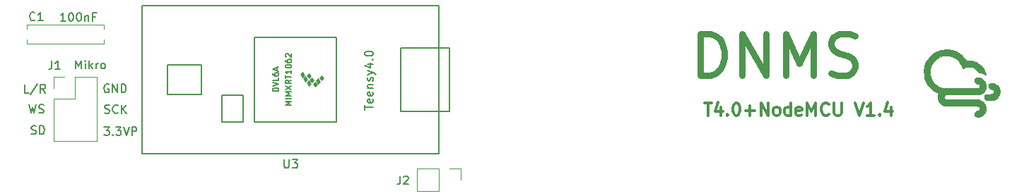
<source format=gbr>
G04 #@! TF.GenerationSoftware,KiCad,Pcbnew,(5.1.5)-3*
G04 #@! TF.CreationDate,2020-08-28T12:33:56+02:00*
G04 #@! TF.ProjectId,DNMS,444e4d53-2e6b-4696-9361-645f70636258,0.9.0*
G04 #@! TF.SameCoordinates,Original*
G04 #@! TF.FileFunction,Legend,Top*
G04 #@! TF.FilePolarity,Positive*
%FSLAX46Y46*%
G04 Gerber Fmt 4.6, Leading zero omitted, Abs format (unit mm)*
G04 Created by KiCad (PCBNEW (5.1.5)-3) date 2020-08-28 12:33:56*
%MOMM*%
%LPD*%
G04 APERTURE LIST*
%ADD10C,0.150000*%
%ADD11C,0.300000*%
%ADD12C,0.750000*%
%ADD13C,0.120000*%
%ADD14C,0.010000*%
%ADD15C,0.100000*%
G04 APERTURE END LIST*
D10*
X69018684Y-72502020D02*
X69018684Y-71502020D01*
X69352018Y-72216306D01*
X69685351Y-71502020D01*
X69685351Y-72502020D01*
X70161541Y-72502020D02*
X70161541Y-71835354D01*
X70161541Y-71502020D02*
X70113922Y-71549640D01*
X70161541Y-71597259D01*
X70209160Y-71549640D01*
X70161541Y-71502020D01*
X70161541Y-71597259D01*
X70637732Y-72502020D02*
X70637732Y-71502020D01*
X70732970Y-72121068D02*
X71018684Y-72502020D01*
X71018684Y-71835354D02*
X70637732Y-72216306D01*
X71447256Y-72502020D02*
X71447256Y-71835354D01*
X71447256Y-72025830D02*
X71494875Y-71930592D01*
X71542494Y-71882973D01*
X71637732Y-71835354D01*
X71732970Y-71835354D01*
X72209160Y-72502020D02*
X72113922Y-72454401D01*
X72066303Y-72406782D01*
X72018684Y-72311544D01*
X72018684Y-72025830D01*
X72066303Y-71930592D01*
X72113922Y-71882973D01*
X72209160Y-71835354D01*
X72352018Y-71835354D01*
X72447256Y-71882973D01*
X72494875Y-71930592D01*
X72542494Y-72025830D01*
X72542494Y-72311544D01*
X72494875Y-72406782D01*
X72447256Y-72454401D01*
X72352018Y-72502020D01*
X72209160Y-72502020D01*
D11*
X144309451Y-76595231D02*
X145166594Y-76595231D01*
X144738022Y-78095231D02*
X144738022Y-76595231D01*
X146309451Y-77095231D02*
X146309451Y-78095231D01*
X145952308Y-76523802D02*
X145595165Y-77595231D01*
X146523737Y-77595231D01*
X147095165Y-77952374D02*
X147166594Y-78023802D01*
X147095165Y-78095231D01*
X147023737Y-78023802D01*
X147095165Y-77952374D01*
X147095165Y-78095231D01*
X148095165Y-76595231D02*
X148238022Y-76595231D01*
X148380880Y-76666660D01*
X148452308Y-76738088D01*
X148523737Y-76880945D01*
X148595165Y-77166660D01*
X148595165Y-77523802D01*
X148523737Y-77809517D01*
X148452308Y-77952374D01*
X148380880Y-78023802D01*
X148238022Y-78095231D01*
X148095165Y-78095231D01*
X147952308Y-78023802D01*
X147880880Y-77952374D01*
X147809451Y-77809517D01*
X147738022Y-77523802D01*
X147738022Y-77166660D01*
X147809451Y-76880945D01*
X147880880Y-76738088D01*
X147952308Y-76666660D01*
X148095165Y-76595231D01*
X149238022Y-77523802D02*
X150380880Y-77523802D01*
X149809451Y-78095231D02*
X149809451Y-76952374D01*
X151095165Y-78095231D02*
X151095165Y-76595231D01*
X151952308Y-78095231D01*
X151952308Y-76595231D01*
X152880880Y-78095231D02*
X152738022Y-78023802D01*
X152666594Y-77952374D01*
X152595165Y-77809517D01*
X152595165Y-77380945D01*
X152666594Y-77238088D01*
X152738022Y-77166660D01*
X152880880Y-77095231D01*
X153095165Y-77095231D01*
X153238022Y-77166660D01*
X153309451Y-77238088D01*
X153380880Y-77380945D01*
X153380880Y-77809517D01*
X153309451Y-77952374D01*
X153238022Y-78023802D01*
X153095165Y-78095231D01*
X152880880Y-78095231D01*
X154666594Y-78095231D02*
X154666594Y-76595231D01*
X154666594Y-78023802D02*
X154523737Y-78095231D01*
X154238022Y-78095231D01*
X154095165Y-78023802D01*
X154023737Y-77952374D01*
X153952308Y-77809517D01*
X153952308Y-77380945D01*
X154023737Y-77238088D01*
X154095165Y-77166660D01*
X154238022Y-77095231D01*
X154523737Y-77095231D01*
X154666594Y-77166660D01*
X155952308Y-78023802D02*
X155809451Y-78095231D01*
X155523737Y-78095231D01*
X155380880Y-78023802D01*
X155309451Y-77880945D01*
X155309451Y-77309517D01*
X155380880Y-77166660D01*
X155523737Y-77095231D01*
X155809451Y-77095231D01*
X155952308Y-77166660D01*
X156023737Y-77309517D01*
X156023737Y-77452374D01*
X155309451Y-77595231D01*
X156666594Y-78095231D02*
X156666594Y-76595231D01*
X157166594Y-77666660D01*
X157666594Y-76595231D01*
X157666594Y-78095231D01*
X159238022Y-77952374D02*
X159166594Y-78023802D01*
X158952308Y-78095231D01*
X158809451Y-78095231D01*
X158595165Y-78023802D01*
X158452308Y-77880945D01*
X158380880Y-77738088D01*
X158309451Y-77452374D01*
X158309451Y-77238088D01*
X158380880Y-76952374D01*
X158452308Y-76809517D01*
X158595165Y-76666660D01*
X158809451Y-76595231D01*
X158952308Y-76595231D01*
X159166594Y-76666660D01*
X159238022Y-76738088D01*
X159880880Y-76595231D02*
X159880880Y-77809517D01*
X159952308Y-77952374D01*
X160023737Y-78023802D01*
X160166594Y-78095231D01*
X160452308Y-78095231D01*
X160595165Y-78023802D01*
X160666594Y-77952374D01*
X160738022Y-77809517D01*
X160738022Y-76595231D01*
X162380880Y-76595231D02*
X162880880Y-78095231D01*
X163380880Y-76595231D01*
X164666594Y-78095231D02*
X163809451Y-78095231D01*
X164238022Y-78095231D02*
X164238022Y-76595231D01*
X164095165Y-76809517D01*
X163952308Y-76952374D01*
X163809451Y-77023802D01*
X165309451Y-77952374D02*
X165380880Y-78023802D01*
X165309451Y-78095231D01*
X165238022Y-78023802D01*
X165309451Y-77952374D01*
X165309451Y-78095231D01*
X166666594Y-77095231D02*
X166666594Y-78095231D01*
X166309451Y-76523802D02*
X165952308Y-77595231D01*
X166880880Y-77595231D01*
D12*
X143827693Y-73295544D02*
X143827693Y-68295544D01*
X145018169Y-68295544D01*
X145732455Y-68533640D01*
X146208645Y-69009830D01*
X146446740Y-69486020D01*
X146684836Y-70438401D01*
X146684836Y-71152687D01*
X146446740Y-72105068D01*
X146208645Y-72581259D01*
X145732455Y-73057449D01*
X145018169Y-73295544D01*
X143827693Y-73295544D01*
X148827693Y-73295544D02*
X148827693Y-68295544D01*
X151684836Y-73295544D01*
X151684836Y-68295544D01*
X154065788Y-73295544D02*
X154065788Y-68295544D01*
X155732455Y-71866973D01*
X157399121Y-68295544D01*
X157399121Y-73295544D01*
X159541979Y-73057449D02*
X160256264Y-73295544D01*
X161446740Y-73295544D01*
X161922931Y-73057449D01*
X162161026Y-72819354D01*
X162399121Y-72343163D01*
X162399121Y-71866973D01*
X162161026Y-71390782D01*
X161922931Y-71152687D01*
X161446740Y-70914592D01*
X160494360Y-70676497D01*
X160018169Y-70438401D01*
X159780074Y-70200306D01*
X159541979Y-69724116D01*
X159541979Y-69247925D01*
X159780074Y-68771735D01*
X160018169Y-68533640D01*
X160494360Y-68295544D01*
X161684836Y-68295544D01*
X162399121Y-68533640D01*
D10*
X63694725Y-80308081D02*
X63837582Y-80355700D01*
X64075678Y-80355700D01*
X64170916Y-80308081D01*
X64218535Y-80260462D01*
X64266154Y-80165224D01*
X64266154Y-80069986D01*
X64218535Y-79974748D01*
X64170916Y-79927129D01*
X64075678Y-79879510D01*
X63885201Y-79831891D01*
X63789963Y-79784272D01*
X63742344Y-79736653D01*
X63694725Y-79641415D01*
X63694725Y-79546177D01*
X63742344Y-79450939D01*
X63789963Y-79403320D01*
X63885201Y-79355700D01*
X64123297Y-79355700D01*
X64266154Y-79403320D01*
X64694725Y-80355700D02*
X64694725Y-79355700D01*
X64932820Y-79355700D01*
X65075678Y-79403320D01*
X65170916Y-79498558D01*
X65218535Y-79593796D01*
X65266154Y-79784272D01*
X65266154Y-79927129D01*
X65218535Y-80117605D01*
X65170916Y-80212843D01*
X65075678Y-80308081D01*
X64932820Y-80355700D01*
X64694725Y-80355700D01*
X63423278Y-76818240D02*
X63661373Y-77818240D01*
X63851849Y-77103955D01*
X64042325Y-77818240D01*
X64280420Y-76818240D01*
X64613754Y-77770621D02*
X64756611Y-77818240D01*
X64994706Y-77818240D01*
X65089944Y-77770621D01*
X65137563Y-77723002D01*
X65185182Y-77627764D01*
X65185182Y-77532526D01*
X65137563Y-77437288D01*
X65089944Y-77389669D01*
X64994706Y-77342050D01*
X64804230Y-77294431D01*
X64708992Y-77246812D01*
X64661373Y-77199193D01*
X64613754Y-77103955D01*
X64613754Y-77008717D01*
X64661373Y-76913479D01*
X64708992Y-76865860D01*
X64804230Y-76818240D01*
X65042325Y-76818240D01*
X65185182Y-76865860D01*
X72400089Y-79505560D02*
X73019137Y-79505560D01*
X72685803Y-79886513D01*
X72828660Y-79886513D01*
X72923899Y-79934132D01*
X72971518Y-79981751D01*
X73019137Y-80076989D01*
X73019137Y-80315084D01*
X72971518Y-80410322D01*
X72923899Y-80457941D01*
X72828660Y-80505560D01*
X72542946Y-80505560D01*
X72447708Y-80457941D01*
X72400089Y-80410322D01*
X73447708Y-80410322D02*
X73495327Y-80457941D01*
X73447708Y-80505560D01*
X73400089Y-80457941D01*
X73447708Y-80410322D01*
X73447708Y-80505560D01*
X73828660Y-79505560D02*
X74447708Y-79505560D01*
X74114375Y-79886513D01*
X74257232Y-79886513D01*
X74352470Y-79934132D01*
X74400089Y-79981751D01*
X74447708Y-80076989D01*
X74447708Y-80315084D01*
X74400089Y-80410322D01*
X74352470Y-80457941D01*
X74257232Y-80505560D01*
X73971518Y-80505560D01*
X73876280Y-80457941D01*
X73828660Y-80410322D01*
X74733422Y-79505560D02*
X75066756Y-80505560D01*
X75400089Y-79505560D01*
X75733422Y-80505560D02*
X75733422Y-79505560D01*
X76114375Y-79505560D01*
X76209613Y-79553180D01*
X76257232Y-79600799D01*
X76304851Y-79696037D01*
X76304851Y-79838894D01*
X76257232Y-79934132D01*
X76209613Y-79981751D01*
X76114375Y-80029370D01*
X75733422Y-80029370D01*
X72480965Y-77801101D02*
X72623822Y-77848720D01*
X72861918Y-77848720D01*
X72957156Y-77801101D01*
X73004775Y-77753482D01*
X73052394Y-77658244D01*
X73052394Y-77563006D01*
X73004775Y-77467768D01*
X72957156Y-77420149D01*
X72861918Y-77372530D01*
X72671441Y-77324911D01*
X72576203Y-77277292D01*
X72528584Y-77229673D01*
X72480965Y-77134435D01*
X72480965Y-77039197D01*
X72528584Y-76943959D01*
X72576203Y-76896340D01*
X72671441Y-76848720D01*
X72909537Y-76848720D01*
X73052394Y-76896340D01*
X74052394Y-77753482D02*
X74004775Y-77801101D01*
X73861918Y-77848720D01*
X73766680Y-77848720D01*
X73623822Y-77801101D01*
X73528584Y-77705863D01*
X73480965Y-77610625D01*
X73433346Y-77420149D01*
X73433346Y-77277292D01*
X73480965Y-77086816D01*
X73528584Y-76991578D01*
X73623822Y-76896340D01*
X73766680Y-76848720D01*
X73861918Y-76848720D01*
X74004775Y-76896340D01*
X74052394Y-76943959D01*
X74480965Y-77848720D02*
X74480965Y-76848720D01*
X75052394Y-77848720D02*
X74623822Y-77277292D01*
X75052394Y-76848720D02*
X74480965Y-77420149D01*
X63410554Y-75382380D02*
X62934363Y-75382380D01*
X62934363Y-74382380D01*
X64458173Y-74334761D02*
X63601030Y-75620476D01*
X65362935Y-75382380D02*
X65029601Y-74906190D01*
X64791506Y-75382380D02*
X64791506Y-74382380D01*
X65172459Y-74382380D01*
X65267697Y-74430000D01*
X65315316Y-74477619D01*
X65362935Y-74572857D01*
X65362935Y-74715714D01*
X65315316Y-74810952D01*
X65267697Y-74858571D01*
X65172459Y-74906190D01*
X64791506Y-74906190D01*
X72953975Y-74409680D02*
X72858737Y-74362060D01*
X72715880Y-74362060D01*
X72573022Y-74409680D01*
X72477784Y-74504918D01*
X72430165Y-74600156D01*
X72382546Y-74790632D01*
X72382546Y-74933489D01*
X72430165Y-75123965D01*
X72477784Y-75219203D01*
X72573022Y-75314441D01*
X72715880Y-75362060D01*
X72811118Y-75362060D01*
X72953975Y-75314441D01*
X73001594Y-75266822D01*
X73001594Y-74933489D01*
X72811118Y-74933489D01*
X73430165Y-75362060D02*
X73430165Y-74362060D01*
X74001594Y-75362060D01*
X74001594Y-74362060D01*
X74477784Y-75362060D02*
X74477784Y-74362060D01*
X74715880Y-74362060D01*
X74858737Y-74409680D01*
X74953975Y-74504918D01*
X75001594Y-74600156D01*
X75049213Y-74790632D01*
X75049213Y-74933489D01*
X75001594Y-75123965D01*
X74953975Y-75219203D01*
X74858737Y-75314441D01*
X74715880Y-75362060D01*
X74477784Y-75362060D01*
D13*
X66335600Y-73460300D02*
X67665600Y-73460300D01*
X66335600Y-74790300D02*
X66335600Y-73460300D01*
X68935600Y-73460300D02*
X71535600Y-73460300D01*
X68935600Y-76060300D02*
X68935600Y-73460300D01*
X66335600Y-76060300D02*
X68935600Y-76060300D01*
X71535600Y-73460300D02*
X71535600Y-81200300D01*
X66335600Y-76060300D02*
X66335600Y-81200300D01*
X66335600Y-81200300D02*
X71535600Y-81200300D01*
X72401480Y-69471400D02*
X63161480Y-69471400D01*
X72401480Y-67231400D02*
X63161480Y-67231400D01*
X72401480Y-69471400D02*
X72401480Y-69016400D01*
X72401480Y-67686400D02*
X72401480Y-67231400D01*
X63161480Y-69471400D02*
X63161480Y-69016400D01*
X63161480Y-67686400D02*
X63161480Y-67231400D01*
D14*
G36*
X173607799Y-70211045D02*
G01*
X173856401Y-70233883D01*
X174070759Y-70269900D01*
X174239554Y-70317421D01*
X174306536Y-70346628D01*
X174376461Y-70379341D01*
X174420699Y-70393357D01*
X174421056Y-70393364D01*
X174458084Y-70408385D01*
X174536075Y-70448456D01*
X174641297Y-70506371D01*
X174698239Y-70538850D01*
X174920242Y-70686294D01*
X175143285Y-70868906D01*
X175348771Y-71069629D01*
X175518100Y-71271409D01*
X175556727Y-71326111D01*
X175693594Y-71529407D01*
X175997179Y-71527987D01*
X176188086Y-71533751D01*
X176375870Y-71551177D01*
X176543701Y-71577843D01*
X176674748Y-71611329D01*
X176727497Y-71633041D01*
X176783896Y-71660689D01*
X176873460Y-71702730D01*
X176931624Y-71729455D01*
X177010979Y-71772808D01*
X177113832Y-71838870D01*
X177227965Y-71918495D01*
X177341158Y-72002535D01*
X177441193Y-72081841D01*
X177515851Y-72147267D01*
X177552913Y-72189663D01*
X177554890Y-72196079D01*
X177574530Y-72233199D01*
X177622595Y-72292724D01*
X177630390Y-72301257D01*
X177695108Y-72386127D01*
X177770893Y-72507689D01*
X177847737Y-72647060D01*
X177915634Y-72785359D01*
X177964575Y-72903703D01*
X177982338Y-72965310D01*
X178007017Y-73063693D01*
X178037700Y-73146541D01*
X178038328Y-73147824D01*
X178060423Y-73212425D01*
X178040833Y-73236654D01*
X177976574Y-73221046D01*
X177882542Y-73175762D01*
X177710720Y-73088474D01*
X177572353Y-73029293D01*
X177448184Y-72990920D01*
X177336196Y-72968700D01*
X177215015Y-72939252D01*
X177139679Y-72892959D01*
X177117610Y-72866574D01*
X176983852Y-72696733D01*
X176834611Y-72557576D01*
X176654246Y-72436870D01*
X176427113Y-72322377D01*
X176414863Y-72316871D01*
X176351030Y-72302223D01*
X176241688Y-72290713D01*
X176104807Y-72283887D01*
X176017988Y-72282685D01*
X175844615Y-72286183D01*
X175711381Y-72300440D01*
X175595128Y-72331096D01*
X175472700Y-72383793D01*
X175359241Y-72443162D01*
X175287958Y-72479102D01*
X175252906Y-72476492D01*
X175235534Y-72425860D01*
X175227045Y-72375657D01*
X175192070Y-72252781D01*
X175126513Y-72099234D01*
X175040059Y-71933447D01*
X174942395Y-71773846D01*
X174843209Y-71638860D01*
X174834022Y-71627943D01*
X174663023Y-71451046D01*
X174471447Y-71291812D01*
X174279355Y-71166106D01*
X174196868Y-71124145D01*
X174099510Y-71079109D01*
X174020009Y-71041028D01*
X173993613Y-71027678D01*
X173893176Y-70992872D01*
X173744930Y-70965325D01*
X173564317Y-70946654D01*
X173366775Y-70938476D01*
X173175744Y-70941988D01*
X172868418Y-70976703D01*
X172597299Y-71050707D01*
X172344808Y-71169533D01*
X172233265Y-71238648D01*
X172111812Y-71331198D01*
X171979511Y-71451082D01*
X171851384Y-71582729D01*
X171742451Y-71710566D01*
X171667733Y-71819023D01*
X171660561Y-71832352D01*
X171620909Y-71903955D01*
X171591624Y-71946902D01*
X171589099Y-71949310D01*
X171562842Y-71991451D01*
X171524930Y-72076722D01*
X171482035Y-72187455D01*
X171440827Y-72305981D01*
X171407977Y-72414631D01*
X171397311Y-72457310D01*
X171377736Y-72588046D01*
X171368041Y-72750139D01*
X171367438Y-72929047D01*
X171375142Y-73110224D01*
X171390367Y-73279126D01*
X171412326Y-73421211D01*
X171440235Y-73521934D01*
X171456502Y-73552685D01*
X171482764Y-73601862D01*
X171516733Y-73681391D01*
X171522204Y-73695560D01*
X171633416Y-73916874D01*
X171793604Y-74137651D01*
X171989713Y-74343763D01*
X172208689Y-74521084D01*
X172385064Y-74629320D01*
X172473195Y-74675402D01*
X172553379Y-74715200D01*
X172630824Y-74749174D01*
X172710738Y-74777786D01*
X172798328Y-74801496D01*
X172898800Y-74820764D01*
X173017364Y-74836052D01*
X173159226Y-74847819D01*
X173329593Y-74856526D01*
X173533674Y-74862635D01*
X173776675Y-74866605D01*
X174063804Y-74868897D01*
X174400269Y-74869972D01*
X174791276Y-74870290D01*
X175109524Y-74870310D01*
X177132867Y-74870310D01*
X177216878Y-74792451D01*
X177275132Y-74720991D01*
X177298554Y-74633872D01*
X177300890Y-74575735D01*
X177278348Y-74444520D01*
X177208439Y-74352320D01*
X177087732Y-74295597D01*
X177014783Y-74280531D01*
X176856839Y-74227000D01*
X176769077Y-74161590D01*
X176705361Y-74092525D01*
X176675181Y-74025206D01*
X176666962Y-73930394D01*
X176666946Y-73903644D01*
X176683799Y-73762984D01*
X176739256Y-73660860D01*
X176843930Y-73580964D01*
X176893499Y-73555546D01*
X176954864Y-73529282D01*
X177009222Y-73518409D01*
X177075784Y-73523346D01*
X177173760Y-73544512D01*
X177248205Y-73563275D01*
X177507399Y-73656862D01*
X177718693Y-73791681D01*
X177880802Y-73966094D01*
X177992439Y-74178463D01*
X178052319Y-74427148D01*
X178062890Y-74601193D01*
X178059607Y-74724884D01*
X178050866Y-74822587D01*
X178038328Y-74878239D01*
X178033582Y-74884675D01*
X178005910Y-74926332D01*
X177984757Y-74991654D01*
X177944732Y-75080570D01*
X177866382Y-75189725D01*
X177763802Y-75303520D01*
X177651085Y-75406353D01*
X177542327Y-75482625D01*
X177539992Y-75483938D01*
X177485287Y-75513267D01*
X177430517Y-75538458D01*
X177370621Y-75559828D01*
X177300536Y-75577688D01*
X177215199Y-75592353D01*
X177109549Y-75604136D01*
X176978521Y-75613351D01*
X176817054Y-75620311D01*
X176620084Y-75625331D01*
X176382551Y-75628723D01*
X176099390Y-75630802D01*
X175765539Y-75631880D01*
X175375937Y-75632273D01*
X175144963Y-75632310D01*
X173214412Y-75632310D01*
X173130401Y-75710168D01*
X173063687Y-75811783D01*
X173044822Y-75935211D01*
X173074786Y-76059421D01*
X173111331Y-76119055D01*
X173176272Y-76201615D01*
X175230643Y-76210650D01*
X177285015Y-76219685D01*
X177482716Y-76326147D01*
X177700156Y-76474822D01*
X177869176Y-76655652D01*
X177988500Y-76860543D01*
X178056852Y-77081400D01*
X178072956Y-77310128D01*
X178035535Y-77538631D01*
X177943313Y-77758816D01*
X177795013Y-77962587D01*
X177748315Y-78010710D01*
X177589719Y-78138943D01*
X177418851Y-78220160D01*
X177219482Y-78260442D01*
X177063049Y-78267560D01*
X176940951Y-78265246D01*
X176862555Y-78254548D01*
X176808121Y-78229829D01*
X176757910Y-78185451D01*
X176751205Y-78178510D01*
X176695959Y-78106581D01*
X176670904Y-78025240D01*
X176665890Y-77930450D01*
X176684876Y-77795844D01*
X176746241Y-77693263D01*
X176856589Y-77615911D01*
X177022526Y-77556991D01*
X177031015Y-77554766D01*
X177138846Y-77520089D01*
X177223949Y-77480578D01*
X177261202Y-77451784D01*
X177289553Y-77376066D01*
X177299810Y-77269344D01*
X177291250Y-77161694D01*
X177269810Y-77094062D01*
X177253566Y-77068429D01*
X177231208Y-77046452D01*
X177198057Y-77027850D01*
X177149434Y-77012342D01*
X177080660Y-76999650D01*
X176987056Y-76989492D01*
X176863943Y-76981588D01*
X176706641Y-76975658D01*
X176510473Y-76971423D01*
X176270758Y-76968601D01*
X175982819Y-76966913D01*
X175641975Y-76966079D01*
X175243548Y-76965818D01*
X175127947Y-76965810D01*
X174704558Y-76965709D01*
X174339680Y-76965114D01*
X174028322Y-76963581D01*
X173765496Y-76960668D01*
X173546212Y-76955931D01*
X173365480Y-76948928D01*
X173218310Y-76939217D01*
X173099715Y-76926354D01*
X173004703Y-76909897D01*
X172928285Y-76889403D01*
X172865472Y-76864430D01*
X172811274Y-76834535D01*
X172760702Y-76799275D01*
X172708766Y-76758208D01*
X172699061Y-76750306D01*
X172559399Y-76628864D01*
X172464335Y-76525847D01*
X172403196Y-76428414D01*
X172376778Y-76362560D01*
X172345216Y-76280667D01*
X172315716Y-76225423D01*
X172312304Y-76221272D01*
X172294115Y-76168113D01*
X172285094Y-76070463D01*
X172284623Y-75946573D01*
X172292083Y-75814692D01*
X172306855Y-75693073D01*
X172328320Y-75599965D01*
X172333874Y-75585130D01*
X172362639Y-75509575D01*
X172374491Y-75464430D01*
X172373562Y-75459744D01*
X172341628Y-75443846D01*
X172269743Y-75410255D01*
X172205015Y-75380612D01*
X171950381Y-75244097D01*
X171695891Y-75070049D01*
X171456971Y-74871308D01*
X171249045Y-74660713D01*
X171087537Y-74451105D01*
X171086575Y-74449623D01*
X171033246Y-74369103D01*
X170993913Y-74312896D01*
X170982615Y-74298810D01*
X170961567Y-74263909D01*
X170922565Y-74188071D01*
X170876305Y-74092435D01*
X170824927Y-73984539D01*
X170780520Y-73893158D01*
X170755477Y-73843462D01*
X170716150Y-73733700D01*
X170683799Y-73573825D01*
X170659027Y-73376903D01*
X170642441Y-73156001D01*
X170634644Y-72924184D01*
X170636242Y-72694520D01*
X170647840Y-72480073D01*
X170670042Y-72293912D01*
X170681017Y-72235050D01*
X170784916Y-71890133D01*
X170945865Y-71557077D01*
X171157559Y-71243424D01*
X171413693Y-70956720D01*
X171707965Y-70704507D01*
X172034068Y-70494330D01*
X172209149Y-70406420D01*
X172427542Y-70319843D01*
X172652494Y-70259295D01*
X172899830Y-70221921D01*
X173185371Y-70204867D01*
X173336271Y-70203059D01*
X173607799Y-70211045D01*
G37*
X173607799Y-70211045D02*
X173856401Y-70233883D01*
X174070759Y-70269900D01*
X174239554Y-70317421D01*
X174306536Y-70346628D01*
X174376461Y-70379341D01*
X174420699Y-70393357D01*
X174421056Y-70393364D01*
X174458084Y-70408385D01*
X174536075Y-70448456D01*
X174641297Y-70506371D01*
X174698239Y-70538850D01*
X174920242Y-70686294D01*
X175143285Y-70868906D01*
X175348771Y-71069629D01*
X175518100Y-71271409D01*
X175556727Y-71326111D01*
X175693594Y-71529407D01*
X175997179Y-71527987D01*
X176188086Y-71533751D01*
X176375870Y-71551177D01*
X176543701Y-71577843D01*
X176674748Y-71611329D01*
X176727497Y-71633041D01*
X176783896Y-71660689D01*
X176873460Y-71702730D01*
X176931624Y-71729455D01*
X177010979Y-71772808D01*
X177113832Y-71838870D01*
X177227965Y-71918495D01*
X177341158Y-72002535D01*
X177441193Y-72081841D01*
X177515851Y-72147267D01*
X177552913Y-72189663D01*
X177554890Y-72196079D01*
X177574530Y-72233199D01*
X177622595Y-72292724D01*
X177630390Y-72301257D01*
X177695108Y-72386127D01*
X177770893Y-72507689D01*
X177847737Y-72647060D01*
X177915634Y-72785359D01*
X177964575Y-72903703D01*
X177982338Y-72965310D01*
X178007017Y-73063693D01*
X178037700Y-73146541D01*
X178038328Y-73147824D01*
X178060423Y-73212425D01*
X178040833Y-73236654D01*
X177976574Y-73221046D01*
X177882542Y-73175762D01*
X177710720Y-73088474D01*
X177572353Y-73029293D01*
X177448184Y-72990920D01*
X177336196Y-72968700D01*
X177215015Y-72939252D01*
X177139679Y-72892959D01*
X177117610Y-72866574D01*
X176983852Y-72696733D01*
X176834611Y-72557576D01*
X176654246Y-72436870D01*
X176427113Y-72322377D01*
X176414863Y-72316871D01*
X176351030Y-72302223D01*
X176241688Y-72290713D01*
X176104807Y-72283887D01*
X176017988Y-72282685D01*
X175844615Y-72286183D01*
X175711381Y-72300440D01*
X175595128Y-72331096D01*
X175472700Y-72383793D01*
X175359241Y-72443162D01*
X175287958Y-72479102D01*
X175252906Y-72476492D01*
X175235534Y-72425860D01*
X175227045Y-72375657D01*
X175192070Y-72252781D01*
X175126513Y-72099234D01*
X175040059Y-71933447D01*
X174942395Y-71773846D01*
X174843209Y-71638860D01*
X174834022Y-71627943D01*
X174663023Y-71451046D01*
X174471447Y-71291812D01*
X174279355Y-71166106D01*
X174196868Y-71124145D01*
X174099510Y-71079109D01*
X174020009Y-71041028D01*
X173993613Y-71027678D01*
X173893176Y-70992872D01*
X173744930Y-70965325D01*
X173564317Y-70946654D01*
X173366775Y-70938476D01*
X173175744Y-70941988D01*
X172868418Y-70976703D01*
X172597299Y-71050707D01*
X172344808Y-71169533D01*
X172233265Y-71238648D01*
X172111812Y-71331198D01*
X171979511Y-71451082D01*
X171851384Y-71582729D01*
X171742451Y-71710566D01*
X171667733Y-71819023D01*
X171660561Y-71832352D01*
X171620909Y-71903955D01*
X171591624Y-71946902D01*
X171589099Y-71949310D01*
X171562842Y-71991451D01*
X171524930Y-72076722D01*
X171482035Y-72187455D01*
X171440827Y-72305981D01*
X171407977Y-72414631D01*
X171397311Y-72457310D01*
X171377736Y-72588046D01*
X171368041Y-72750139D01*
X171367438Y-72929047D01*
X171375142Y-73110224D01*
X171390367Y-73279126D01*
X171412326Y-73421211D01*
X171440235Y-73521934D01*
X171456502Y-73552685D01*
X171482764Y-73601862D01*
X171516733Y-73681391D01*
X171522204Y-73695560D01*
X171633416Y-73916874D01*
X171793604Y-74137651D01*
X171989713Y-74343763D01*
X172208689Y-74521084D01*
X172385064Y-74629320D01*
X172473195Y-74675402D01*
X172553379Y-74715200D01*
X172630824Y-74749174D01*
X172710738Y-74777786D01*
X172798328Y-74801496D01*
X172898800Y-74820764D01*
X173017364Y-74836052D01*
X173159226Y-74847819D01*
X173329593Y-74856526D01*
X173533674Y-74862635D01*
X173776675Y-74866605D01*
X174063804Y-74868897D01*
X174400269Y-74869972D01*
X174791276Y-74870290D01*
X175109524Y-74870310D01*
X177132867Y-74870310D01*
X177216878Y-74792451D01*
X177275132Y-74720991D01*
X177298554Y-74633872D01*
X177300890Y-74575735D01*
X177278348Y-74444520D01*
X177208439Y-74352320D01*
X177087732Y-74295597D01*
X177014783Y-74280531D01*
X176856839Y-74227000D01*
X176769077Y-74161590D01*
X176705361Y-74092525D01*
X176675181Y-74025206D01*
X176666962Y-73930394D01*
X176666946Y-73903644D01*
X176683799Y-73762984D01*
X176739256Y-73660860D01*
X176843930Y-73580964D01*
X176893499Y-73555546D01*
X176954864Y-73529282D01*
X177009222Y-73518409D01*
X177075784Y-73523346D01*
X177173760Y-73544512D01*
X177248205Y-73563275D01*
X177507399Y-73656862D01*
X177718693Y-73791681D01*
X177880802Y-73966094D01*
X177992439Y-74178463D01*
X178052319Y-74427148D01*
X178062890Y-74601193D01*
X178059607Y-74724884D01*
X178050866Y-74822587D01*
X178038328Y-74878239D01*
X178033582Y-74884675D01*
X178005910Y-74926332D01*
X177984757Y-74991654D01*
X177944732Y-75080570D01*
X177866382Y-75189725D01*
X177763802Y-75303520D01*
X177651085Y-75406353D01*
X177542327Y-75482625D01*
X177539992Y-75483938D01*
X177485287Y-75513267D01*
X177430517Y-75538458D01*
X177370621Y-75559828D01*
X177300536Y-75577688D01*
X177215199Y-75592353D01*
X177109549Y-75604136D01*
X176978521Y-75613351D01*
X176817054Y-75620311D01*
X176620084Y-75625331D01*
X176382551Y-75628723D01*
X176099390Y-75630802D01*
X175765539Y-75631880D01*
X175375937Y-75632273D01*
X175144963Y-75632310D01*
X173214412Y-75632310D01*
X173130401Y-75710168D01*
X173063687Y-75811783D01*
X173044822Y-75935211D01*
X173074786Y-76059421D01*
X173111331Y-76119055D01*
X173176272Y-76201615D01*
X175230643Y-76210650D01*
X177285015Y-76219685D01*
X177482716Y-76326147D01*
X177700156Y-76474822D01*
X177869176Y-76655652D01*
X177988500Y-76860543D01*
X178056852Y-77081400D01*
X178072956Y-77310128D01*
X178035535Y-77538631D01*
X177943313Y-77758816D01*
X177795013Y-77962587D01*
X177748315Y-78010710D01*
X177589719Y-78138943D01*
X177418851Y-78220160D01*
X177219482Y-78260442D01*
X177063049Y-78267560D01*
X176940951Y-78265246D01*
X176862555Y-78254548D01*
X176808121Y-78229829D01*
X176757910Y-78185451D01*
X176751205Y-78178510D01*
X176695959Y-78106581D01*
X176670904Y-78025240D01*
X176665890Y-77930450D01*
X176684876Y-77795844D01*
X176746241Y-77693263D01*
X176856589Y-77615911D01*
X177022526Y-77556991D01*
X177031015Y-77554766D01*
X177138846Y-77520089D01*
X177223949Y-77480578D01*
X177261202Y-77451784D01*
X177289553Y-77376066D01*
X177299810Y-77269344D01*
X177291250Y-77161694D01*
X177269810Y-77094062D01*
X177253566Y-77068429D01*
X177231208Y-77046452D01*
X177198057Y-77027850D01*
X177149434Y-77012342D01*
X177080660Y-76999650D01*
X176987056Y-76989492D01*
X176863943Y-76981588D01*
X176706641Y-76975658D01*
X176510473Y-76971423D01*
X176270758Y-76968601D01*
X175982819Y-76966913D01*
X175641975Y-76966079D01*
X175243548Y-76965818D01*
X175127947Y-76965810D01*
X174704558Y-76965709D01*
X174339680Y-76965114D01*
X174028322Y-76963581D01*
X173765496Y-76960668D01*
X173546212Y-76955931D01*
X173365480Y-76948928D01*
X173218310Y-76939217D01*
X173099715Y-76926354D01*
X173004703Y-76909897D01*
X172928285Y-76889403D01*
X172865472Y-76864430D01*
X172811274Y-76834535D01*
X172760702Y-76799275D01*
X172708766Y-76758208D01*
X172699061Y-76750306D01*
X172559399Y-76628864D01*
X172464335Y-76525847D01*
X172403196Y-76428414D01*
X172376778Y-76362560D01*
X172345216Y-76280667D01*
X172315716Y-76225423D01*
X172312304Y-76221272D01*
X172294115Y-76168113D01*
X172285094Y-76070463D01*
X172284623Y-75946573D01*
X172292083Y-75814692D01*
X172306855Y-75693073D01*
X172328320Y-75599965D01*
X172333874Y-75585130D01*
X172362639Y-75509575D01*
X172374491Y-75464430D01*
X172373562Y-75459744D01*
X172341628Y-75443846D01*
X172269743Y-75410255D01*
X172205015Y-75380612D01*
X171950381Y-75244097D01*
X171695891Y-75070049D01*
X171456971Y-74871308D01*
X171249045Y-74660713D01*
X171087537Y-74451105D01*
X171086575Y-74449623D01*
X171033246Y-74369103D01*
X170993913Y-74312896D01*
X170982615Y-74298810D01*
X170961567Y-74263909D01*
X170922565Y-74188071D01*
X170876305Y-74092435D01*
X170824927Y-73984539D01*
X170780520Y-73893158D01*
X170755477Y-73843462D01*
X170716150Y-73733700D01*
X170683799Y-73573825D01*
X170659027Y-73376903D01*
X170642441Y-73156001D01*
X170634644Y-72924184D01*
X170636242Y-72694520D01*
X170647840Y-72480073D01*
X170670042Y-72293912D01*
X170681017Y-72235050D01*
X170784916Y-71890133D01*
X170945865Y-71557077D01*
X171157559Y-71243424D01*
X171413693Y-70956720D01*
X171707965Y-70704507D01*
X172034068Y-70494330D01*
X172209149Y-70406420D01*
X172427542Y-70319843D01*
X172652494Y-70259295D01*
X172899830Y-70221921D01*
X173185371Y-70204867D01*
X173336271Y-70203059D01*
X173607799Y-70211045D01*
G36*
X178929269Y-74231000D02*
G01*
X179045323Y-74269272D01*
X179271254Y-74377387D01*
X179451380Y-74516789D01*
X179600356Y-74699360D01*
X179626893Y-74740788D01*
X179661322Y-74807931D01*
X179684220Y-74886848D01*
X179698656Y-74993844D01*
X179707700Y-75145228D01*
X179708926Y-75176656D01*
X179710906Y-75380061D01*
X179696872Y-75537607D01*
X179662605Y-75665832D01*
X179603887Y-75781271D01*
X179527925Y-75886310D01*
X179447117Y-75984025D01*
X179379978Y-76051964D01*
X179305375Y-76107652D01*
X179202174Y-76168615D01*
X179158265Y-76192864D01*
X179090584Y-76227822D01*
X179027675Y-76252295D01*
X178955806Y-76268471D01*
X178861246Y-76278536D01*
X178730266Y-76284679D01*
X178555015Y-76288967D01*
X178388099Y-76290289D01*
X178239618Y-76287616D01*
X178123317Y-76281473D01*
X178052943Y-76272385D01*
X178043462Y-76269435D01*
X177939933Y-76193647D01*
X177870487Y-76079916D01*
X177838907Y-75946106D01*
X177848979Y-75810080D01*
X177904488Y-75689704D01*
X177917253Y-75673767D01*
X177952822Y-75635748D01*
X177990696Y-75609724D01*
X178043809Y-75592645D01*
X178125098Y-75581463D01*
X178247499Y-75573126D01*
X178369691Y-75567112D01*
X178584893Y-75552992D01*
X178744499Y-75530801D01*
X178856296Y-75496342D01*
X178928071Y-75445415D01*
X178967608Y-75373823D01*
X178982694Y-75277367D01*
X178983640Y-75236079D01*
X178956641Y-75116093D01*
X178884754Y-75023004D01*
X178781641Y-74971382D01*
X178729966Y-74965560D01*
X178630427Y-74947658D01*
X178545960Y-74910010D01*
X178435332Y-74823876D01*
X178374420Y-74731064D01*
X178351155Y-74610239D01*
X178349696Y-74563059D01*
X178353329Y-74461220D01*
X178374083Y-74395236D01*
X178424256Y-74337646D01*
X178466999Y-74301121D01*
X178597715Y-74226215D01*
X178749587Y-74202963D01*
X178929269Y-74231000D01*
G37*
X178929269Y-74231000D02*
X179045323Y-74269272D01*
X179271254Y-74377387D01*
X179451380Y-74516789D01*
X179600356Y-74699360D01*
X179626893Y-74740788D01*
X179661322Y-74807931D01*
X179684220Y-74886848D01*
X179698656Y-74993844D01*
X179707700Y-75145228D01*
X179708926Y-75176656D01*
X179710906Y-75380061D01*
X179696872Y-75537607D01*
X179662605Y-75665832D01*
X179603887Y-75781271D01*
X179527925Y-75886310D01*
X179447117Y-75984025D01*
X179379978Y-76051964D01*
X179305375Y-76107652D01*
X179202174Y-76168615D01*
X179158265Y-76192864D01*
X179090584Y-76227822D01*
X179027675Y-76252295D01*
X178955806Y-76268471D01*
X178861246Y-76278536D01*
X178730266Y-76284679D01*
X178555015Y-76288967D01*
X178388099Y-76290289D01*
X178239618Y-76287616D01*
X178123317Y-76281473D01*
X178052943Y-76272385D01*
X178043462Y-76269435D01*
X177939933Y-76193647D01*
X177870487Y-76079916D01*
X177838907Y-75946106D01*
X177848979Y-75810080D01*
X177904488Y-75689704D01*
X177917253Y-75673767D01*
X177952822Y-75635748D01*
X177990696Y-75609724D01*
X178043809Y-75592645D01*
X178125098Y-75581463D01*
X178247499Y-75573126D01*
X178369691Y-75567112D01*
X178584893Y-75552992D01*
X178744499Y-75530801D01*
X178856296Y-75496342D01*
X178928071Y-75445415D01*
X178967608Y-75373823D01*
X178982694Y-75277367D01*
X178983640Y-75236079D01*
X178956641Y-75116093D01*
X178884754Y-75023004D01*
X178781641Y-74971382D01*
X178729966Y-74965560D01*
X178630427Y-74947658D01*
X178545960Y-74910010D01*
X178435332Y-74823876D01*
X178374420Y-74731064D01*
X178351155Y-74610239D01*
X178349696Y-74563059D01*
X178353329Y-74461220D01*
X178374083Y-74395236D01*
X178424256Y-74337646D01*
X178466999Y-74301121D01*
X178597715Y-74226215D01*
X178749587Y-74202963D01*
X178929269Y-74231000D01*
D15*
G36*
X98694240Y-73664500D02*
G01*
X98440240Y-73918500D01*
X98186240Y-73537500D01*
X98440240Y-73283500D01*
X98694240Y-73664500D01*
G37*
X98694240Y-73664500D02*
X98440240Y-73918500D01*
X98186240Y-73537500D01*
X98440240Y-73283500D01*
X98694240Y-73664500D01*
G36*
X98313240Y-74045500D02*
G01*
X98059240Y-74299500D01*
X97805240Y-73918500D01*
X98059240Y-73664500D01*
X98313240Y-74045500D01*
G37*
X98313240Y-74045500D02*
X98059240Y-74299500D01*
X97805240Y-73918500D01*
X98059240Y-73664500D01*
X98313240Y-74045500D01*
G36*
X96408240Y-73283500D02*
G01*
X96154240Y-73537500D01*
X95900240Y-73156500D01*
X96154240Y-72902500D01*
X96408240Y-73283500D01*
G37*
X96408240Y-73283500D02*
X96154240Y-73537500D01*
X95900240Y-73156500D01*
X96154240Y-72902500D01*
X96408240Y-73283500D01*
G36*
X96789240Y-73791500D02*
G01*
X96535240Y-74045500D01*
X96281240Y-73664500D01*
X96535240Y-73410500D01*
X96789240Y-73791500D01*
G37*
X96789240Y-73791500D02*
X96535240Y-74045500D01*
X96281240Y-73664500D01*
X96535240Y-73410500D01*
X96789240Y-73791500D01*
G36*
X97170240Y-74299500D02*
G01*
X96916240Y-74553500D01*
X96662240Y-74172500D01*
X96916240Y-73918500D01*
X97170240Y-74299500D01*
G37*
X97170240Y-74299500D02*
X96916240Y-74553500D01*
X96662240Y-74172500D01*
X96916240Y-73918500D01*
X97170240Y-74299500D01*
G36*
X97170240Y-73410500D02*
G01*
X96916240Y-73664500D01*
X96662240Y-73283500D01*
X96916240Y-73029500D01*
X97170240Y-73410500D01*
G37*
X97170240Y-73410500D02*
X96916240Y-73664500D01*
X96662240Y-73283500D01*
X96916240Y-73029500D01*
X97170240Y-73410500D01*
G36*
X97551240Y-73918500D02*
G01*
X97297240Y-74172500D01*
X97043240Y-73791500D01*
X97297240Y-73537500D01*
X97551240Y-73918500D01*
G37*
X97551240Y-73918500D02*
X97297240Y-74172500D01*
X97043240Y-73791500D01*
X97297240Y-73537500D01*
X97551240Y-73918500D01*
G36*
X97932240Y-74426500D02*
G01*
X97678240Y-74680500D01*
X97424240Y-74299500D01*
X97678240Y-74045500D01*
X97932240Y-74426500D01*
G37*
X97932240Y-74426500D02*
X97678240Y-74680500D01*
X97424240Y-74299500D01*
X97678240Y-74045500D01*
X97932240Y-74426500D01*
D10*
X89042240Y-75696500D02*
X89042240Y-78871500D01*
X86502240Y-75696500D02*
X89042240Y-75696500D01*
X86502240Y-78871500D02*
X86502240Y-75696500D01*
X89042240Y-78871500D02*
X86502240Y-78871500D01*
X112537240Y-64901500D02*
X112537240Y-82681500D01*
X76977240Y-64901500D02*
X112537240Y-64901500D01*
X76977240Y-82681500D02*
X76977240Y-64901500D01*
X112537240Y-82681500D02*
X76977240Y-82681500D01*
X90439240Y-68711500D02*
X100218240Y-68711500D01*
X90439240Y-78871500D02*
X100218240Y-78871500D01*
X100218240Y-78871500D02*
X100218240Y-68711500D01*
X90439240Y-68711500D02*
X90439240Y-78871500D01*
X84089240Y-75569500D02*
X80025240Y-75569500D01*
X84089240Y-72013500D02*
X84089240Y-75569500D01*
X80025240Y-72013500D02*
X84089240Y-72013500D01*
X80025240Y-75569500D02*
X80025240Y-72013500D01*
X107965240Y-69981500D02*
X112537240Y-69981500D01*
X107965240Y-77601500D02*
X112537240Y-77601500D01*
X107965240Y-69981500D02*
X107965240Y-77601500D01*
X113807240Y-77601500D02*
X112537240Y-77601500D01*
X113807240Y-69981500D02*
X113807240Y-77601500D01*
X112537240Y-69981500D02*
X113807240Y-69981500D01*
D13*
X115122000Y-84503960D02*
X115122000Y-85833960D01*
X113792000Y-84503960D02*
X115122000Y-84503960D01*
X112522000Y-84503960D02*
X112522000Y-87163960D01*
X112522000Y-87163960D02*
X109922000Y-87163960D01*
X112522000Y-84503960D02*
X109922000Y-84503960D01*
X109922000Y-84503960D02*
X109922000Y-87163960D01*
D10*
X66133386Y-71568060D02*
X66133386Y-72282346D01*
X66085767Y-72425203D01*
X65990529Y-72520441D01*
X65847672Y-72568060D01*
X65752434Y-72568060D01*
X67133386Y-72568060D02*
X66561958Y-72568060D01*
X66847672Y-72568060D02*
X66847672Y-71568060D01*
X66752434Y-71710918D01*
X66657196Y-71806156D01*
X66561958Y-71853775D01*
X64123273Y-66613042D02*
X64075654Y-66660661D01*
X63932797Y-66708280D01*
X63837559Y-66708280D01*
X63694701Y-66660661D01*
X63599463Y-66565423D01*
X63551844Y-66470185D01*
X63504225Y-66279709D01*
X63504225Y-66136852D01*
X63551844Y-65946376D01*
X63599463Y-65851138D01*
X63694701Y-65755900D01*
X63837559Y-65708280D01*
X63932797Y-65708280D01*
X64075654Y-65755900D01*
X64123273Y-65803519D01*
X65075654Y-66708280D02*
X64504225Y-66708280D01*
X64789940Y-66708280D02*
X64789940Y-65708280D01*
X64694701Y-65851138D01*
X64599463Y-65946376D01*
X64504225Y-65993995D01*
X67789300Y-66774320D02*
X67217872Y-66774320D01*
X67503586Y-66774320D02*
X67503586Y-65774320D01*
X67408348Y-65917178D01*
X67313110Y-66012416D01*
X67217872Y-66060035D01*
X68408348Y-65774320D02*
X68503586Y-65774320D01*
X68598824Y-65821940D01*
X68646443Y-65869559D01*
X68694062Y-65964797D01*
X68741681Y-66155273D01*
X68741681Y-66393368D01*
X68694062Y-66583844D01*
X68646443Y-66679082D01*
X68598824Y-66726701D01*
X68503586Y-66774320D01*
X68408348Y-66774320D01*
X68313110Y-66726701D01*
X68265491Y-66679082D01*
X68217872Y-66583844D01*
X68170253Y-66393368D01*
X68170253Y-66155273D01*
X68217872Y-65964797D01*
X68265491Y-65869559D01*
X68313110Y-65821940D01*
X68408348Y-65774320D01*
X69360729Y-65774320D02*
X69455967Y-65774320D01*
X69551205Y-65821940D01*
X69598824Y-65869559D01*
X69646443Y-65964797D01*
X69694062Y-66155273D01*
X69694062Y-66393368D01*
X69646443Y-66583844D01*
X69598824Y-66679082D01*
X69551205Y-66726701D01*
X69455967Y-66774320D01*
X69360729Y-66774320D01*
X69265491Y-66726701D01*
X69217872Y-66679082D01*
X69170253Y-66583844D01*
X69122634Y-66393368D01*
X69122634Y-66155273D01*
X69170253Y-65964797D01*
X69217872Y-65869559D01*
X69265491Y-65821940D01*
X69360729Y-65774320D01*
X70122634Y-66107654D02*
X70122634Y-66774320D01*
X70122634Y-66202892D02*
X70170253Y-66155273D01*
X70265491Y-66107654D01*
X70408348Y-66107654D01*
X70503586Y-66155273D01*
X70551205Y-66250511D01*
X70551205Y-66774320D01*
X71360729Y-66250511D02*
X71027396Y-66250511D01*
X71027396Y-66774320D02*
X71027396Y-65774320D01*
X71503586Y-65774320D01*
X93995335Y-83403880D02*
X93995335Y-84213404D01*
X94042954Y-84308642D01*
X94090573Y-84356261D01*
X94185811Y-84403880D01*
X94376287Y-84403880D01*
X94471525Y-84356261D01*
X94519144Y-84308642D01*
X94566763Y-84213404D01*
X94566763Y-83403880D01*
X94947716Y-83403880D02*
X95566763Y-83403880D01*
X95233430Y-83784833D01*
X95376287Y-83784833D01*
X95471525Y-83832452D01*
X95519144Y-83880071D01*
X95566763Y-83975309D01*
X95566763Y-84213404D01*
X95519144Y-84308642D01*
X95471525Y-84356261D01*
X95376287Y-84403880D01*
X95090573Y-84403880D01*
X94995335Y-84356261D01*
X94947716Y-84308642D01*
X103638100Y-77442248D02*
X103638100Y-76870820D01*
X104638100Y-77156534D02*
X103638100Y-77156534D01*
X104590481Y-76156534D02*
X104638100Y-76251772D01*
X104638100Y-76442248D01*
X104590481Y-76537486D01*
X104495243Y-76585105D01*
X104114291Y-76585105D01*
X104019053Y-76537486D01*
X103971434Y-76442248D01*
X103971434Y-76251772D01*
X104019053Y-76156534D01*
X104114291Y-76108915D01*
X104209529Y-76108915D01*
X104304767Y-76585105D01*
X104590481Y-75299391D02*
X104638100Y-75394629D01*
X104638100Y-75585105D01*
X104590481Y-75680343D01*
X104495243Y-75727962D01*
X104114291Y-75727962D01*
X104019053Y-75680343D01*
X103971434Y-75585105D01*
X103971434Y-75394629D01*
X104019053Y-75299391D01*
X104114291Y-75251772D01*
X104209529Y-75251772D01*
X104304767Y-75727962D01*
X103971434Y-74823200D02*
X104638100Y-74823200D01*
X104066672Y-74823200D02*
X104019053Y-74775581D01*
X103971434Y-74680343D01*
X103971434Y-74537486D01*
X104019053Y-74442248D01*
X104114291Y-74394629D01*
X104638100Y-74394629D01*
X104590481Y-73966058D02*
X104638100Y-73870820D01*
X104638100Y-73680343D01*
X104590481Y-73585105D01*
X104495243Y-73537486D01*
X104447624Y-73537486D01*
X104352386Y-73585105D01*
X104304767Y-73680343D01*
X104304767Y-73823200D01*
X104257148Y-73918439D01*
X104161910Y-73966058D01*
X104114291Y-73966058D01*
X104019053Y-73918439D01*
X103971434Y-73823200D01*
X103971434Y-73680343D01*
X104019053Y-73585105D01*
X103971434Y-73204153D02*
X104638100Y-72966058D01*
X103971434Y-72727962D02*
X104638100Y-72966058D01*
X104876196Y-73061296D01*
X104923815Y-73108915D01*
X104971434Y-73204153D01*
X103971434Y-71918439D02*
X104638100Y-71918439D01*
X103590481Y-72156534D02*
X104304767Y-72394629D01*
X104304767Y-71775581D01*
X104542862Y-71394629D02*
X104590481Y-71347010D01*
X104638100Y-71394629D01*
X104590481Y-71442248D01*
X104542862Y-71394629D01*
X104638100Y-71394629D01*
X103638100Y-70727962D02*
X103638100Y-70632724D01*
X103685720Y-70537486D01*
X103733339Y-70489867D01*
X103828577Y-70442248D01*
X104019053Y-70394629D01*
X104257148Y-70394629D01*
X104447624Y-70442248D01*
X104542862Y-70489867D01*
X104590481Y-70537486D01*
X104638100Y-70632724D01*
X104638100Y-70727962D01*
X104590481Y-70823200D01*
X104542862Y-70870820D01*
X104447624Y-70918439D01*
X104257148Y-70966058D01*
X104019053Y-70966058D01*
X103828577Y-70918439D01*
X103733339Y-70870820D01*
X103685720Y-70823200D01*
X103638100Y-70727962D01*
X93295906Y-75191500D02*
X92595906Y-75191500D01*
X92595906Y-75024833D01*
X92629240Y-74924833D01*
X92695906Y-74858166D01*
X92762573Y-74824833D01*
X92895906Y-74791500D01*
X92995906Y-74791500D01*
X93129240Y-74824833D01*
X93195906Y-74858166D01*
X93262573Y-74924833D01*
X93295906Y-75024833D01*
X93295906Y-75191500D01*
X92595906Y-74591500D02*
X93295906Y-74358166D01*
X92595906Y-74124833D01*
X93295906Y-73558166D02*
X93295906Y-73891500D01*
X92595906Y-73891500D01*
X92595906Y-73024833D02*
X92595906Y-73158166D01*
X92629240Y-73224833D01*
X92662573Y-73258166D01*
X92762573Y-73324833D01*
X92895906Y-73358166D01*
X93162573Y-73358166D01*
X93229240Y-73324833D01*
X93262573Y-73291500D01*
X93295906Y-73224833D01*
X93295906Y-73091500D01*
X93262573Y-73024833D01*
X93229240Y-72991500D01*
X93162573Y-72958166D01*
X92995906Y-72958166D01*
X92929240Y-72991500D01*
X92895906Y-73024833D01*
X92862573Y-73091500D01*
X92862573Y-73224833D01*
X92895906Y-73291500D01*
X92929240Y-73324833D01*
X92995906Y-73358166D01*
X93095906Y-72691500D02*
X93095906Y-72358166D01*
X93295906Y-72758166D02*
X92595906Y-72524833D01*
X93295906Y-72291500D01*
X94819906Y-76874833D02*
X94119906Y-76874833D01*
X94619906Y-76641500D01*
X94119906Y-76408166D01*
X94819906Y-76408166D01*
X94819906Y-76074833D02*
X94119906Y-76074833D01*
X94819906Y-75741500D02*
X94119906Y-75741500D01*
X94619906Y-75508166D01*
X94119906Y-75274833D01*
X94819906Y-75274833D01*
X94119906Y-75008166D02*
X94819906Y-74541500D01*
X94119906Y-74541500D02*
X94819906Y-75008166D01*
X94819906Y-73874833D02*
X94486573Y-74108166D01*
X94819906Y-74274833D02*
X94119906Y-74274833D01*
X94119906Y-74008166D01*
X94153240Y-73941500D01*
X94186573Y-73908166D01*
X94253240Y-73874833D01*
X94353240Y-73874833D01*
X94419906Y-73908166D01*
X94453240Y-73941500D01*
X94486573Y-74008166D01*
X94486573Y-74274833D01*
X94119906Y-73674833D02*
X94119906Y-73274833D01*
X94819906Y-73474833D02*
X94119906Y-73474833D01*
X94819906Y-72674833D02*
X94819906Y-73074833D01*
X94819906Y-72874833D02*
X94119906Y-72874833D01*
X94219906Y-72941500D01*
X94286573Y-73008166D01*
X94319906Y-73074833D01*
X94119906Y-72241500D02*
X94119906Y-72174833D01*
X94153240Y-72108166D01*
X94186573Y-72074833D01*
X94253240Y-72041500D01*
X94386573Y-72008166D01*
X94553240Y-72008166D01*
X94686573Y-72041500D01*
X94753240Y-72074833D01*
X94786573Y-72108166D01*
X94819906Y-72174833D01*
X94819906Y-72241500D01*
X94786573Y-72308166D01*
X94753240Y-72341500D01*
X94686573Y-72374833D01*
X94553240Y-72408166D01*
X94386573Y-72408166D01*
X94253240Y-72374833D01*
X94186573Y-72341500D01*
X94153240Y-72308166D01*
X94119906Y-72241500D01*
X94119906Y-71408166D02*
X94119906Y-71541500D01*
X94153240Y-71608166D01*
X94186573Y-71641500D01*
X94286573Y-71708166D01*
X94419906Y-71741500D01*
X94686573Y-71741500D01*
X94753240Y-71708166D01*
X94786573Y-71674833D01*
X94819906Y-71608166D01*
X94819906Y-71474833D01*
X94786573Y-71408166D01*
X94753240Y-71374833D01*
X94686573Y-71341500D01*
X94519906Y-71341500D01*
X94453240Y-71374833D01*
X94419906Y-71408166D01*
X94386573Y-71474833D01*
X94386573Y-71608166D01*
X94419906Y-71674833D01*
X94453240Y-71708166D01*
X94519906Y-71741500D01*
X94186573Y-71074833D02*
X94153240Y-71041500D01*
X94119906Y-70974833D01*
X94119906Y-70808166D01*
X94153240Y-70741500D01*
X94186573Y-70708166D01*
X94253240Y-70674833D01*
X94319906Y-70674833D01*
X94419906Y-70708166D01*
X94819906Y-71108166D01*
X94819906Y-70674833D01*
X107878286Y-85386420D02*
X107878286Y-86100706D01*
X107830667Y-86243563D01*
X107735429Y-86338801D01*
X107592572Y-86386420D01*
X107497334Y-86386420D01*
X108306858Y-85481659D02*
X108354477Y-85434040D01*
X108449715Y-85386420D01*
X108687810Y-85386420D01*
X108783048Y-85434040D01*
X108830667Y-85481659D01*
X108878286Y-85576897D01*
X108878286Y-85672135D01*
X108830667Y-85814992D01*
X108259239Y-86386420D01*
X108878286Y-86386420D01*
M02*

</source>
